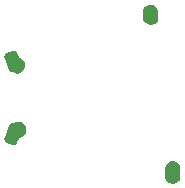
<source format=gts>
G04 Layer_Color=8388736*
%FSTAX42Y42*%
%MOMM*%
G71*
G01*
G75*
G04:AMPARAMS|DCode=15|XSize=1.14mm|YSize=1.39mm|CornerRadius=0mm|HoleSize=0mm|Usage=FLASHONLY|Rotation=80.000|XOffset=0mm|YOffset=0mm|HoleType=Round|Shape=Round|*
%AMOVALD15*
21,1,0.25,1.14,0.00,0.00,170.0*
1,1,1.14,0.12,-0.02*
1,1,1.14,-0.12,0.02*
%
%ADD15OVALD15*%

G04:AMPARAMS|DCode=16|XSize=1.14mm|YSize=1.39mm|CornerRadius=0mm|HoleSize=0mm|Usage=FLASHONLY|Rotation=2.000|XOffset=0mm|YOffset=0mm|HoleType=Round|Shape=Round|*
%AMOVALD16*
21,1,0.25,1.14,0.00,0.00,92.0*
1,1,1.14,0.00,-0.12*
1,1,1.14,-0.00,0.12*
%
%ADD16OVALD16*%

G04:AMPARAMS|DCode=17|XSize=1.14mm|YSize=1.39mm|CornerRadius=0mm|HoleSize=0mm|Usage=FLASHONLY|Rotation=280.000|XOffset=0mm|YOffset=0mm|HoleType=Round|Shape=Round|*
%AMOVALD17*
21,1,0.25,1.14,0.00,0.00,10.0*
1,1,1.14,-0.12,-0.02*
1,1,1.14,0.12,0.02*
%
%ADD17OVALD17*%

G36*
X028185Y027458D02*
X028186Y027458D01*
X028186Y027458D01*
X028186Y027458D01*
X028186Y027458D01*
X028187Y027458D01*
X0282Y027455D01*
X0282Y027455D01*
X028201Y027455D01*
X028201Y027455D01*
X028201Y027455D01*
X028202Y027455D01*
X028202Y027455D01*
X028208Y027452D01*
X028208Y027452D01*
X028215Y027449D01*
X028215Y027449D01*
X028216Y027449D01*
X028216Y027449D01*
X028216Y027449D01*
X028216Y027449D01*
X028216Y027448D01*
X028228Y027439D01*
X028228Y027439D01*
X028228Y027439D01*
X028228Y027438D01*
X028228Y027438D01*
X028229Y027438D01*
X028229Y027438D01*
X028237Y027426D01*
X028237Y027425D01*
X028238Y027425D01*
X028238Y027425D01*
X028238Y027425D01*
X028238Y027424D01*
X028238Y027424D01*
X028242Y02741D01*
X028243Y02741D01*
X028243Y027409D01*
X028243Y027409D01*
X028243Y027409D01*
X028243Y027409D01*
X028243Y027408D01*
X028243Y027401D01*
X028245Y027334D01*
X028245Y027333D01*
X028245Y027333D01*
X028245Y027333D01*
X028245Y027333D01*
X028245Y027332D01*
X028245Y027332D01*
X028245Y027332D01*
X028245Y027332D01*
X028245Y027331D01*
X028245Y027331D01*
X028245Y027331D01*
X028245Y02733D01*
X028245Y02733D01*
X028245Y02733D01*
X028245Y02733D01*
X028244Y027329D01*
X028244Y027329D01*
X028244Y027329D01*
X028244Y027329D01*
X028244Y027328D01*
X028244Y027328D01*
X028244Y027328D01*
X028244Y027328D01*
X028243Y027328D01*
X028241Y027322D01*
X028241Y027321D01*
X02824Y027321D01*
X02824Y027321D01*
X02824Y027321D01*
X02824Y02732D01*
X02824Y02732D01*
X028229Y027306D01*
X028228Y027306D01*
X028228Y027306D01*
X028228Y027306D01*
X028228Y027305D01*
X028227Y027305D01*
X028227Y027305D01*
X028213Y027295D01*
X028212Y027295D01*
X028212Y027294D01*
X028212Y027294D01*
X028212Y027294D01*
X028211Y027294D01*
X028211Y027294D01*
X028194Y027288D01*
X028194Y027288D01*
X028193Y027288D01*
X028193Y027288D01*
X028193Y027288D01*
X028193Y027288D01*
X028192Y027288D01*
X028174Y027287D01*
X028174Y027288D01*
X028174Y027288D01*
X028173Y027288D01*
X028173Y027288D01*
X028173Y027288D01*
X028173Y027288D01*
X028155Y027292D01*
X028155Y027292D01*
X028155Y027292D01*
X028154Y027292D01*
X028154Y027292D01*
X028154Y027293D01*
X028154Y027293D01*
X028138Y027302D01*
X028138Y027302D01*
X028138Y027302D01*
X028138Y027302D01*
X028137Y027302D01*
X028137Y027303D01*
X028137Y027303D01*
X028125Y027316D01*
X028124Y027316D01*
X028124Y027316D01*
X028124Y027316D01*
X028124Y027316D01*
X028124Y027317D01*
X028123Y027317D01*
X028119Y027325D01*
X028119Y027325D01*
X028119Y027325D01*
X028119Y027325D01*
X028119Y027326D01*
X028119Y027326D01*
X028119Y027326D01*
X028119Y027326D01*
X028119Y027326D01*
X028119Y027326D01*
X028119Y027327D01*
X028119Y027327D01*
X028119Y027327D01*
X028119Y027327D01*
X028119Y027327D01*
X028119Y027328D01*
X028119Y027328D01*
X028115Y027397D01*
Y027397D01*
X028115Y027404D01*
X028115Y027405D01*
X028115Y027405D01*
X028115Y027405D01*
X028115Y027405D01*
X028115Y027406D01*
X028115Y027406D01*
X028119Y027421D01*
X028119Y027421D01*
X028119Y027422D01*
X028119Y027422D01*
X028119Y027422D01*
X02812Y027422D01*
X02812Y027423D01*
X028128Y027435D01*
X028128Y027436D01*
X028128Y027436D01*
X028128Y027436D01*
X028128Y027436D01*
X028128Y027437D01*
X028129Y027437D01*
X02814Y027447D01*
X02814Y027447D01*
X028141Y027447D01*
X028141Y027448D01*
X028141Y027448D01*
X028141Y027448D01*
X028142Y027448D01*
X028149Y027451D01*
X028149Y027451D01*
X028155Y027454D01*
X028155Y027454D01*
X028155Y027454D01*
X028156Y027454D01*
X028156Y027454D01*
X028156Y027454D01*
X028156Y027455D01*
X02817Y027458D01*
X02817Y027458D01*
X02817Y027458D01*
X028171Y027458D01*
X028171Y027458D01*
X028171Y027458D01*
X028171Y027458D01*
X028185Y027458D01*
X028185Y027458D01*
D02*
G37*
G36*
X027027Y02707D02*
X027027Y02707D01*
X027028Y027069D01*
X027028Y027069D01*
X027028Y027069D01*
X027028Y027069D01*
X027029Y027069D01*
X027029Y027069D01*
X027029Y027069D01*
X027029Y027069D01*
X02703Y027069D01*
X027039Y027065D01*
X027039Y027065D01*
X027039Y027065D01*
X027039Y027064D01*
X02704Y027064D01*
X02704Y027064D01*
X02704Y027064D01*
X02704Y027064D01*
X027041Y027064D01*
X027041Y027063D01*
X027041Y027063D01*
X027048Y027056D01*
X027048Y027056D01*
X027048Y027056D01*
X027048Y027055D01*
X027048Y027055D01*
X027049Y027055D01*
X027049Y027055D01*
X027049Y027054D01*
X027049Y027054D01*
X027049Y027054D01*
X027049Y027054D01*
X027051Y027049D01*
X027051Y027049D01*
X027062Y027019D01*
X027063Y027017D01*
X027066Y027013D01*
X02707Y02701D01*
X027075Y027008D01*
X027077Y027008D01*
X027078Y027008D01*
X027078Y027007D01*
X027078Y027007D01*
X027078Y027007D01*
X027079Y027007D01*
X027079Y027007D01*
X027079Y027007D01*
X02708Y027007D01*
X02708Y027007D01*
X02708Y027007D01*
X02708Y027007D01*
X02709Y027002D01*
X02709Y027002D01*
X02709Y027002D01*
X027091Y027001D01*
X027091Y027001D01*
X027091Y027001D01*
X027091Y027001D01*
X027091Y027001D01*
X027092Y027D01*
X027092Y027D01*
X027092Y027D01*
X027107Y026984D01*
X027107Y026984D01*
X027107Y026984D01*
X027107Y026983D01*
X027108Y026983D01*
X027108Y026983D01*
X027108Y026983D01*
X027108Y026983D01*
X027108Y026982D01*
X027108Y026982D01*
X027108Y026982D01*
X027117Y026961D01*
X027117Y026961D01*
X027117Y026961D01*
X027117Y026961D01*
X027117Y02696D01*
X027117Y02696D01*
X027117Y02696D01*
X027117Y02696D01*
X027117Y026959D01*
Y026959D01*
X027117Y026959D01*
X027118Y026937D01*
X027118Y026937D01*
X027118Y026937D01*
X027118Y026936D01*
X027118Y026936D01*
X027118Y026936D01*
X027118Y026936D01*
X027118Y026935D01*
X027118Y026935D01*
X027118Y026935D01*
X027118Y026934D01*
X027111Y026913D01*
X027111Y026913D01*
X027111Y026913D01*
X027111Y026913D01*
X027111Y026912D01*
X027111Y026912D01*
X027111Y026912D01*
X02711Y026912D01*
X02711Y026911D01*
X02711Y026911D01*
X02711Y026911D01*
X027096Y026894D01*
X027096Y026894D01*
X027096Y026894D01*
X027096Y026893D01*
X027095Y026893D01*
X027095Y026893D01*
X027095Y026893D01*
X027095Y026893D01*
X027095Y026892D01*
X027094Y026892D01*
X027094Y026892D01*
X027075Y026881D01*
X027075Y02688D01*
X027075Y02688D01*
X027075Y02688D01*
X027075Y02688D01*
X027074Y02688D01*
X027074Y02688D01*
X027074Y02688D01*
X027073Y02688D01*
X027073Y02688D01*
X027073Y02688D01*
X027051Y026875D01*
X027051Y026875D01*
X027051Y026875D01*
X027051Y026875D01*
X02705Y026875D01*
X02705Y026875D01*
X02705Y026875D01*
X02705Y026875D01*
X027049Y026875D01*
X027049Y026875D01*
X027049Y026875D01*
X027041Y026876D01*
X027041Y026876D01*
X027041Y026876D01*
X02704Y026876D01*
X02704Y026876D01*
X02704Y026876D01*
X02704Y026876D01*
X027039Y026877D01*
X027039Y026877D01*
X027037Y026877D01*
X027037Y026877D01*
X027037Y026877D01*
X027037Y026877D01*
X027037Y026877D01*
X027037Y026877D01*
X027004Y026887D01*
X027001Y026887D01*
X027001Y026888D01*
X027001Y026888D01*
X027Y026888D01*
X027Y026888D01*
X027Y026888D01*
X027Y026888D01*
X026994Y026891D01*
X026994Y026891D01*
X026994Y026891D01*
X026994Y026891D01*
X026994Y026892D01*
X026993Y026892D01*
X026993Y026892D01*
X026989Y026896D01*
X026989Y026896D01*
X026989Y026896D01*
X026988Y026896D01*
X026988Y026897D01*
X026988Y026897D01*
X026988Y026897D01*
X026985Y026902D01*
X026984Y026902D01*
X026984Y026902D01*
X026984Y026903D01*
X026984Y026903D01*
X026984Y026903D01*
X026984Y026903D01*
X026983Y026906D01*
X026983Y026906D01*
X026944Y027009D01*
X026944Y027009D01*
X026942Y027013D01*
X026942Y027014D01*
X026942Y027014D01*
X026942Y027014D01*
X026942Y027015D01*
X026942Y027015D01*
X026942Y027015D01*
X026942Y027015D01*
X026942Y027016D01*
X026942Y027016D01*
X026942Y027016D01*
X026942Y027026D01*
X026942Y027026D01*
X026942Y027027D01*
X026942Y027027D01*
X026942Y027027D01*
X026943Y027027D01*
X026943Y027028D01*
X026943Y027028D01*
X026943Y027028D01*
X026943Y027029D01*
X026943Y027029D01*
X026947Y027038D01*
X026947Y027038D01*
X026947Y027038D01*
X026947Y027039D01*
X026948Y027039D01*
X026948Y027039D01*
X026948Y027039D01*
X026948Y027039D01*
X026948Y02704D01*
X026948Y02704D01*
X026949Y02704D01*
X026956Y027047D01*
X026956Y027047D01*
X026956Y027047D01*
X026957Y027047D01*
X026957Y027048D01*
X026957Y027048D01*
X026957Y027048D01*
X026957Y027048D01*
X026958Y027048D01*
X026958Y027048D01*
X026958Y027048D01*
X026963Y02705D01*
X02701Y027068D01*
X02701Y027068D01*
X027014Y027069D01*
X027015Y027069D01*
X027015Y02707D01*
X027015Y02707D01*
X027015Y02707D01*
X027016Y02707D01*
X027016Y02707D01*
X027016Y02707D01*
X027016Y02707D01*
X027017Y02707D01*
X027017Y02707D01*
X027027Y02707D01*
D02*
G37*
G36*
X027065Y026469D02*
X027065Y026469D01*
X027065Y026469D01*
X027065Y026469D01*
X027066Y026469D01*
X027066Y026468D01*
X027066Y026468D01*
X027067Y026468D01*
X027088Y026462D01*
X027088Y026462D01*
X027088Y026461D01*
X027089Y026461D01*
X027089Y026461D01*
X027089Y026461D01*
X027089Y026461D01*
X02709Y026461D01*
X02709Y026461D01*
X02709Y026461D01*
X02709Y02646D01*
X027108Y026447D01*
X027108Y026446D01*
X027108Y026446D01*
X027109Y026446D01*
X027109Y026446D01*
X027109Y026446D01*
X027109Y026446D01*
X027109Y026445D01*
X027109Y026445D01*
X02711Y026445D01*
X02711Y026445D01*
X027121Y026425D01*
X027121Y026425D01*
X027122Y026425D01*
X027122Y026425D01*
X027122Y026424D01*
X027122Y026424D01*
X027122Y026424D01*
X027122Y026424D01*
X027122Y026423D01*
X027122Y026423D01*
X027122Y026423D01*
X027126Y026401D01*
X027127Y026401D01*
X027127Y026401D01*
X027127Y0264D01*
X027127Y0264D01*
X027127Y0264D01*
X027127Y0264D01*
X027127Y026399D01*
X027127Y026399D01*
X027127Y026399D01*
X027127Y026398D01*
X027123Y026376D01*
X027123Y026376D01*
X027123Y026376D01*
X027123Y026376D01*
X027122Y026375D01*
X027122Y026375D01*
X027122Y026375D01*
X027122Y026374D01*
X027122Y026374D01*
X027122Y026374D01*
X027122Y026374D01*
X02711Y026354D01*
X02711Y026354D01*
X02711Y026354D01*
X02711Y026354D01*
X02711Y026354D01*
X02711Y026353D01*
X02711Y026353D01*
X027109Y026353D01*
X027109Y026353D01*
X027109Y026353D01*
X027109Y026353D01*
X027091Y026338D01*
X027091Y026338D01*
X027091Y026338D01*
X027091Y026338D01*
X02709Y026338D01*
X02709Y026338D01*
X02709Y026338D01*
X02709Y026337D01*
X027089Y026337D01*
X027089Y026337D01*
X027089Y026337D01*
X02708Y026334D01*
X02708Y026334D01*
X027079Y026334D01*
X027079Y026334D01*
X027079Y026334D01*
X027079Y026334D01*
X027078Y026333D01*
X027078Y026333D01*
X027077Y026333D01*
X027077Y026333D01*
X027077Y026333D01*
X027077Y026333D01*
X027077Y026333D01*
X027077Y026333D01*
X027076Y026333D01*
X027075Y026333D01*
X02707Y026331D01*
X027066Y026328D01*
X027063Y026324D01*
X027062Y026322D01*
X027051Y026292D01*
Y026292D01*
X027051Y026292D01*
X027049Y026287D01*
X027049Y026287D01*
X027049Y026287D01*
X027049Y026286D01*
X027049Y026286D01*
X027049Y026286D01*
X027048Y026286D01*
X027048Y026285D01*
X027048Y026285D01*
X027048Y026285D01*
X027048Y026285D01*
X027041Y026278D01*
X027041Y026277D01*
X027041Y026277D01*
X02704Y026277D01*
X02704Y026277D01*
X02704Y026277D01*
X02704Y026276D01*
X027039Y026276D01*
X027039Y026276D01*
X027039Y026276D01*
X027039Y026276D01*
X02703Y026272D01*
X027029Y026272D01*
X027029Y026272D01*
X027029Y026272D01*
X027029Y026271D01*
X027028Y026271D01*
X027028Y026271D01*
X027028Y026271D01*
X027028Y026271D01*
X027027Y026271D01*
X027027Y026271D01*
X027017Y026271D01*
X027017Y026271D01*
X027017Y026271D01*
X027016Y026271D01*
X027016Y026271D01*
X027016Y026271D01*
X027015Y026271D01*
X027015Y026271D01*
X027015Y026271D01*
X027015Y026271D01*
X027014Y026271D01*
X02701Y026273D01*
X02701Y026273D01*
X026963Y026291D01*
X026963Y026291D01*
X026958Y026292D01*
X026958Y026293D01*
X026958Y026293D01*
X026957Y026293D01*
X026957Y026293D01*
X026957Y026293D01*
X026957Y026293D01*
X026957Y026293D01*
X026956Y026294D01*
X026956Y026294D01*
X026956Y026294D01*
X026949Y026301D01*
X026948Y026301D01*
X026948Y026301D01*
X026948Y026301D01*
X026948Y026301D01*
X026948Y026302D01*
X026948Y026302D01*
X026947Y026302D01*
X026947Y026302D01*
X026947Y026303D01*
X026947Y026303D01*
X026943Y026312D01*
X026943Y026312D01*
X026943Y026312D01*
X026943Y026313D01*
X026943Y026313D01*
X026943Y026313D01*
X026942Y026314D01*
X026942Y026314D01*
X026942Y026314D01*
X026942Y026314D01*
X026942Y026315D01*
X026942Y026325D01*
X026942Y026325D01*
X026942Y026325D01*
X026942Y026325D01*
X026942Y026326D01*
X026942Y026326D01*
X026942Y026326D01*
X026942Y026326D01*
X026942Y026327D01*
X026942Y026327D01*
X026942Y026327D01*
X026944Y026332D01*
X026944Y026332D01*
X026983Y026435D01*
X026983Y026435D01*
X026984Y026437D01*
X026984Y026438D01*
X026984Y026438D01*
X026984Y026438D01*
X026984Y026438D01*
X026984Y026439D01*
X026985Y026439D01*
X026988Y026444D01*
X026988Y026444D01*
X026988Y026444D01*
X026988Y026444D01*
X026989Y026445D01*
X026989Y026445D01*
X026989Y026445D01*
X026993Y026449D01*
X026993Y026449D01*
X026994Y026449D01*
X026994Y026449D01*
X026994Y02645D01*
X026994Y02645D01*
X026995Y02645D01*
X027Y026453D01*
X027Y026453D01*
X027Y026453D01*
X027Y026453D01*
X027001Y026453D01*
X027001Y026453D01*
X027001Y026453D01*
X027004Y026454D01*
X027004Y026454D01*
X027051Y026468D01*
X027051Y026468D01*
X027051Y026468D01*
X027051Y026468D01*
X027051Y026468D01*
X027052Y026468D01*
X027052Y026468D01*
X027052Y026468D01*
X027053Y026468D01*
X027053Y026468D01*
X027064Y026469D01*
X027064Y026469D01*
X027064Y026469D01*
X027065Y026469D01*
D02*
G37*
G36*
X028375Y026132D02*
X028376Y026132D01*
X028376Y026132D01*
X028376Y026132D01*
X028376Y026132D01*
X028377Y026132D01*
X028394Y026128D01*
X028395Y026128D01*
X028395Y026128D01*
X028395Y026128D01*
X028395Y026128D01*
X028396Y026128D01*
X028396Y026127D01*
X028412Y026118D01*
X028412Y026118D01*
X028413Y026118D01*
X028413Y026118D01*
X028413Y026118D01*
X028413Y026117D01*
X028414Y026117D01*
X028426Y026104D01*
X028426Y026103D01*
X028427Y026103D01*
X028427Y026103D01*
X028427Y026103D01*
X028427Y026102D01*
X028427Y026102D01*
X028431Y026094D01*
X028431Y026094D01*
X028431Y026094D01*
X028431Y026094D01*
X028431Y026093D01*
X028432Y026093D01*
X028432Y026093D01*
X028432Y026093D01*
X028432Y026092D01*
X028432Y026092D01*
X028432Y026092D01*
X028432Y026092D01*
X028432Y026091D01*
X028432Y026091D01*
X028432Y026091D01*
X028432Y026091D01*
Y026003D01*
X028432Y025995D01*
X028432Y025995D01*
X028432Y025994D01*
X028432Y025994D01*
X028432Y025994D01*
X028432Y025994D01*
X028432Y025993D01*
X028428Y02598D01*
X028428Y025979D01*
X028427Y025979D01*
X028427Y025979D01*
X028427Y025979D01*
X028427Y025978D01*
X028427Y025978D01*
X028419Y025966D01*
X028419Y025965D01*
X028419Y025965D01*
X028418Y025965D01*
X028418Y025965D01*
X028418Y025964D01*
X028418Y025964D01*
X028407Y025955D01*
X028406Y025954D01*
X028406Y025954D01*
X028406Y025954D01*
X028406Y025954D01*
X028406Y025954D01*
X028405Y025954D01*
X028399Y025951D01*
X028399Y025951D01*
X028392Y025948D01*
X028392Y025948D01*
X028392Y025948D01*
X028391Y025947D01*
X028391Y025947D01*
X028391Y025947D01*
X028391Y025947D01*
X028377Y025944D01*
X028376Y025944D01*
X028376Y025944D01*
X028376Y025944D01*
X028376Y025944D01*
X028375Y025944D01*
X028375Y025944D01*
X028361Y025944D01*
X028361Y025944D01*
X028361Y025944D01*
X02836Y025944D01*
X02836Y025944D01*
X02836Y025944D01*
X028359Y025944D01*
X028346Y025947D01*
X028345Y025947D01*
X028345Y025947D01*
X028345Y025947D01*
X028344Y025948D01*
X028344Y025948D01*
X028344Y025948D01*
X028338Y025951D01*
X028338Y025951D01*
X028331Y025954D01*
X028331Y025954D01*
X02833Y025954D01*
X02833Y025954D01*
X02833Y025954D01*
X02833Y025954D01*
X028329Y025955D01*
X028318Y025964D01*
X028318Y025964D01*
X028318Y025965D01*
X028318Y025965D01*
X028318Y025965D01*
X028317Y025965D01*
X028317Y025966D01*
X028309Y025978D01*
X028309Y025978D01*
X028309Y025979D01*
X028309Y025979D01*
X028309Y025979D01*
X028309Y025979D01*
X028308Y02598D01*
X028304Y025993D01*
X028304Y025994D01*
X028304Y025994D01*
X028304Y025994D01*
X028304Y025994D01*
X028304Y025995D01*
X028304Y025995D01*
Y026003D01*
Y026084D01*
X028304Y026084D01*
X028304Y026085D01*
X028304Y026085D01*
X028304Y026086D01*
X028304Y026086D01*
X028304Y026086D01*
X028304Y026086D01*
X028304Y026087D01*
X028304Y026087D01*
X028304Y026087D01*
X028305Y026087D01*
X028305Y026088D01*
X028305Y026088D01*
X028308Y026095D01*
X028308Y026096D01*
X028308Y026096D01*
X028308Y026096D01*
X028308Y026096D01*
X028308Y026097D01*
X028309Y026097D01*
X028319Y026112D01*
X02832Y026112D01*
X02832Y026112D01*
X02832Y026112D01*
X02832Y026112D01*
X028321Y026113D01*
X028321Y026113D01*
X028335Y026124D01*
X028336Y026124D01*
X028336Y026124D01*
X028336Y026124D01*
X028336Y026124D01*
X028337Y026125D01*
X028337Y026125D01*
X028354Y026131D01*
X028355Y026131D01*
X028355Y026131D01*
X028355Y026131D01*
X028355Y026131D01*
X028356Y026131D01*
X028356Y026131D01*
X028375Y026132D01*
X028375Y026132D01*
D02*
G37*
D15*
X02704Y026944D02*
D03*
D16*
X02818Y027363D02*
D03*
X02837Y026057D02*
D03*
D17*
X02704Y026397D02*
D03*
M02*

</source>
